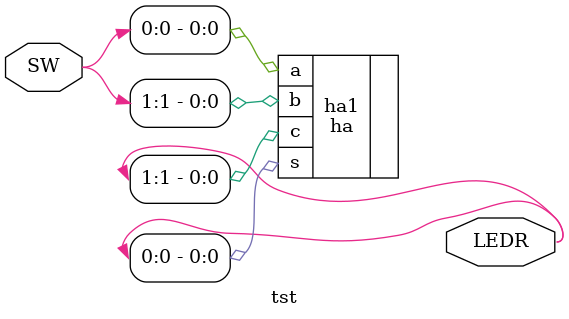
<source format=v>
module tst
	(
		input wire[1:0] SW,
		output wire[1:0] LEDR
	);
	
	ha ha1 (.a(SW[0]), .b(SW[1]), .s(LEDR[0]), .c(LEDR[1]));
	
endmodule
</source>
